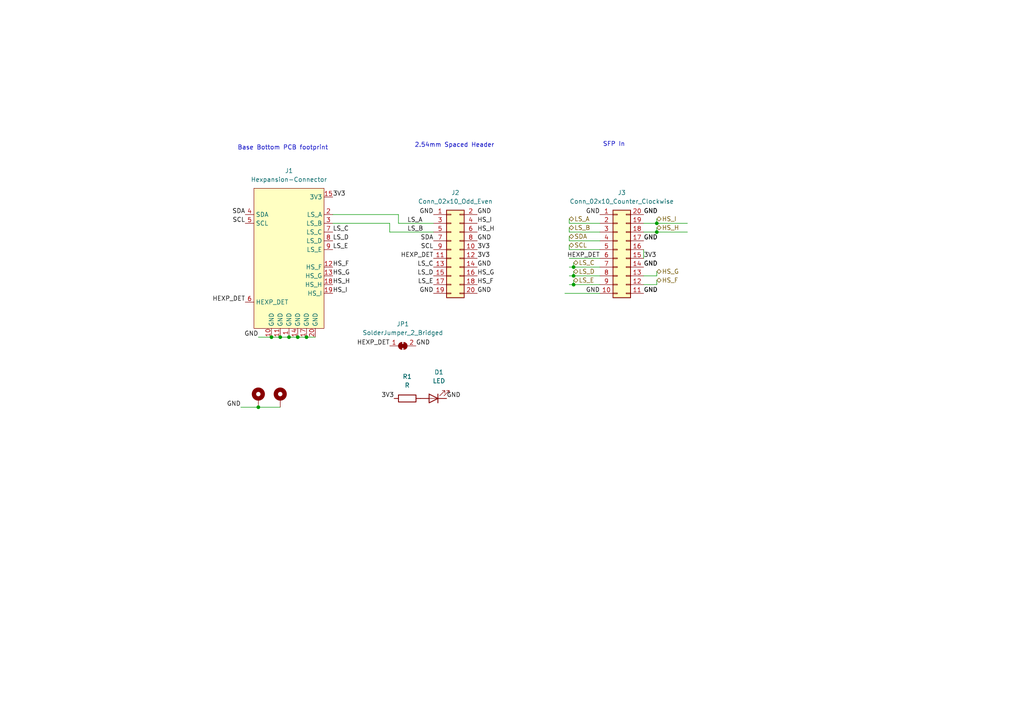
<source format=kicad_sch>
(kicad_sch (version 20231120) (generator "eeschema") (generator_version "8.0")
  (paper "A4")
  (lib_symbols
    (symbol "Connector_Generic:Conn_02x10_Counter_Clockwise" (pin_names (offset 1.016) hide)
      (property "Reference" "J" (at 1.27 12.7 0))
      (property "Value" "Conn_02x10_Counter_Clockwise" (at 1.27 -15.24 0))
      (symbol "Conn_02x10_Counter_Clockwise_1_1"
        (rectangle (start -1.27 -12.573) (end 0 -12.827) (stroke (width 0.1524)))
        (rectangle (start -1.27 -10.033) (end 0 -10.287) (stroke (width 0.1524)))
        (rectangle (start -1.27 -7.493) (end 0 -7.747) (stroke (width 0.1524)))
        (rectangle (start -1.27 -4.953) (end 0 -5.207) (stroke (width 0.1524)))
        (rectangle (start -1.27 -2.413) (end 0 -2.667) (stroke (width 0.1524)))
        (rectangle (start -1.27 0.127) (end 0 -0.127) (stroke (width 0.1524)))
        (rectangle (start -1.27 2.667) (end 0 2.413) (stroke (width 0.1524)))
        (rectangle (start -1.27 5.207) (end 0 4.953) (stroke (width 0.1524)))
        (rectangle (start -1.27 7.747) (end 0 7.493) (stroke (width 0.1524)))
        (rectangle (start -1.27 10.287) (end 0 10.033) (stroke (width 0.1524)))
        (rectangle (start -1.27 11.43) (end 3.81 -13.97) (stroke (width 0.254)) (fill (type background)))
        (rectangle (start 3.81 -12.573) (end 2.54 -12.827) (stroke (width 0.1524)))
        (rectangle (start 3.81 -10.033) (end 2.54 -10.287) (stroke (width 0.1524)))
        (rectangle (start 3.81 -7.493) (end 2.54 -7.747) (stroke (width 0.1524)))
        (rectangle (start 3.81 -4.953) (end 2.54 -5.207) (stroke (width 0.1524)))
        (rectangle (start 3.81 -2.413) (end 2.54 -2.667) (stroke (width 0.1524)))
        (rectangle (start 3.81 0.127) (end 2.54 -0.127) (stroke (width 0.1524)))
        (rectangle (start 3.81 2.667) (end 2.54 2.413) (stroke (width 0.1524)))
        (rectangle (start 3.81 5.207) (end 2.54 4.953) (stroke (width 0.1524)))
        (rectangle (start 3.81 7.747) (end 2.54 7.493) (stroke (width 0.1524)))
        (rectangle (start 3.81 10.287) (end 2.54 10.033) (stroke (width 0.1524)))
        (pin passive line (at -5.08 10.16 0) (length 3.81) (name "Pin_1") (number "1"))
        (pin passive line (at -5.08 -12.7 0) (length 3.81) (name "Pin_10") (number "10"))
        (pin passive line (at 7.62 -12.7 180) (length 3.81) (name "Pin_11") (number "11"))
        (pin passive line (at 7.62 -10.16 180) (length 3.81) (name "Pin_12") (number "12"))
        (pin passive line (at 7.62 -7.62 180) (length 3.81) (name "Pin_13") (number "13"))
        (pin passive line (at 7.62 -5.08 180) (length 3.81) (name "Pin_14") (number "14"))
        (pin passive line (at 7.62 -2.54 180) (length 3.81) (name "Pin_15") (number "15"))
        (pin passive line (at 7.62 0 180) (length 3.81) (name "Pin_16") (number "16"))
        (pin passive line (at 7.62 2.54 180) (length 3.81) (name "Pin_17") (number "17"))
        (pin passive line (at 7.62 5.08 180) (length 3.81) (name "Pin_18") (number "18"))
        (pin passive line (at 7.62 7.62 180) (length 3.81) (name "Pin_19") (number "19"))
        (pin passive line (at -5.08 7.62 0) (length 3.81) (name "Pin_2") (number "2"))
        (pin passive line (at 7.62 10.16 180) (length 3.81) (name "Pin_20") (number "20"))
        (pin passive line (at -5.08 5.08 0) (length 3.81) (name "Pin_3") (number "3"))
        (pin passive line (at -5.08 2.54 0) (length 3.81) (name "Pin_4") (number "4"))
        (pin passive line (at -5.08 0 0) (length 3.81) (name "Pin_5") (number "5"))
        (pin passive line (at -5.08 -2.54 0) (length 3.81) (name "Pin_6") (number "6"))
        (pin passive line (at -5.08 -5.08 0) (length 3.81) (name "Pin_7") (number "7"))
        (pin passive line (at -5.08 -7.62 0) (length 3.81) (name "Pin_8") (number "8"))
        (pin passive line (at -5.08 -10.16 0) (length 3.81) (name "Pin_9") (number "9"))
      )
    )
    (symbol "Connector_Generic:Conn_02x10_Odd_Even" (pin_names (offset 1.016) hide)
      (property "Reference" "J" (at 1.27 12.7 0))
      (property "Value" "Conn_02x10_Odd_Even" (at 1.27 -15.24 0))
      (symbol "Conn_02x10_Odd_Even_1_1"
        (rectangle (start -1.27 -12.573) (end 0 -12.827) (stroke (width 0.1524)))
        (rectangle (start -1.27 -10.033) (end 0 -10.287) (stroke (width 0.1524)))
        (rectangle (start -1.27 -7.493) (end 0 -7.747) (stroke (width 0.1524)))
        (rectangle (start -1.27 -4.953) (end 0 -5.207) (stroke (width 0.1524)))
        (rectangle (start -1.27 -2.413) (end 0 -2.667) (stroke (width 0.1524)))
        (rectangle (start -1.27 0.127) (end 0 -0.127) (stroke (width 0.1524)))
        (rectangle (start -1.27 2.667) (end 0 2.413) (stroke (width 0.1524)))
        (rectangle (start -1.27 5.207) (end 0 4.953) (stroke (width 0.1524)))
        (rectangle (start -1.27 7.747) (end 0 7.493) (stroke (width 0.1524)))
        (rectangle (start -1.27 10.287) (end 0 10.033) (stroke (width 0.1524)))
        (rectangle (start -1.27 11.43) (end 3.81 -13.97) (stroke (width 0.254)) (fill (type background)))
        (rectangle (start 3.81 -12.573) (end 2.54 -12.827) (stroke (width 0.1524)))
        (rectangle (start 3.81 -10.033) (end 2.54 -10.287) (stroke (width 0.1524)))
        (rectangle (start 3.81 -7.493) (end 2.54 -7.747) (stroke (width 0.1524)))
        (rectangle (start 3.81 -4.953) (end 2.54 -5.207) (stroke (width 0.1524)))
        (rectangle (start 3.81 -2.413) (end 2.54 -2.667) (stroke (width 0.1524)))
        (rectangle (start 3.81 0.127) (end 2.54 -0.127) (stroke (width 0.1524)))
        (rectangle (start 3.81 2.667) (end 2.54 2.413) (stroke (width 0.1524)))
        (rectangle (start 3.81 5.207) (end 2.54 4.953) (stroke (width 0.1524)))
        (rectangle (start 3.81 7.747) (end 2.54 7.493) (stroke (width 0.1524)))
        (rectangle (start 3.81 10.287) (end 2.54 10.033) (stroke (width 0.1524)))
        (pin passive line (at -5.08 10.16 0) (length 3.81) (name "Pin_1") (number "1"))
        (pin passive line (at 7.62 0 180) (length 3.81) (name "Pin_10") (number "10"))
        (pin passive line (at -5.08 -2.54 0) (length 3.81) (name "Pin_11") (number "11"))
        (pin passive line (at 7.62 -2.54 180) (length 3.81) (name "Pin_12") (number "12"))
        (pin passive line (at -5.08 -5.08 0) (length 3.81) (name "Pin_13") (number "13"))
        (pin passive line (at 7.62 -5.08 180) (length 3.81) (name "Pin_14") (number "14"))
        (pin passive line (at -5.08 -7.62 0) (length 3.81) (name "Pin_15") (number "15"))
        (pin passive line (at 7.62 -7.62 180) (length 3.81) (name "Pin_16") (number "16"))
        (pin passive line (at -5.08 -10.16 0) (length 3.81) (name "Pin_17") (number "17"))
        (pin passive line (at 7.62 -10.16 180) (length 3.81) (name "Pin_18") (number "18"))
        (pin passive line (at -5.08 -12.7 0) (length 3.81) (name "Pin_19") (number "19"))
        (pin passive line (at 7.62 10.16 180) (length 3.81) (name "Pin_2") (number "2"))
        (pin passive line (at 7.62 -12.7 180) (length 3.81) (name "Pin_20") (number "20"))
        (pin passive line (at -5.08 7.62 0) (length 3.81) (name "Pin_3") (number "3"))
        (pin passive line (at 7.62 7.62 180) (length 3.81) (name "Pin_4") (number "4"))
        (pin passive line (at -5.08 5.08 0) (length 3.81) (name "Pin_5") (number "5"))
        (pin passive line (at 7.62 5.08 180) (length 3.81) (name "Pin_6") (number "6"))
        (pin passive line (at -5.08 2.54 0) (length 3.81) (name "Pin_7") (number "7"))
        (pin passive line (at 7.62 2.54 180) (length 3.81) (name "Pin_8") (number "8"))
        (pin passive line (at -5.08 0 0) (length 3.81) (name "Pin_9") (number "9"))
      )
    )
    (symbol "Device:LED" (pin_numbers hide) (pin_names (offset 1.016) hide)
      (property "Reference" "D" (at 0 2.54 0))
      (property "Value" "LED" (at 0 -2.54 0))
      (symbol "LED_0_1"
        (polyline (pts (xy -1.27 -1.27) (xy -1.27 1.27)) (stroke (width 0.254)))
        (polyline (pts (xy -1.27 0) (xy 1.27 0)))
        (polyline (pts (xy 1.27 -1.27) (xy 1.27 1.27) (xy -1.27 0) (xy 1.27 -1.27)) (stroke (width 0.254)))
        (polyline (pts (xy -3.048 -0.762) (xy -4.572 -2.286) (xy -3.81 -2.286) (xy -4.572 -2.286) (xy -4.572 -1.524)))
        (polyline (pts (xy -1.778 -0.762) (xy -3.302 -2.286) (xy -2.54 -2.286) (xy -3.302 -2.286) (xy -3.302 -1.524)))
      )
      (symbol "LED_1_1"
        (pin passive line (at -3.81 0 0) (length 2.54) (name "K") (number "1"))
        (pin passive line (at 3.81 0 180) (length 2.54) (name "A") (number "2"))
      )
    )
    (symbol "Device:R" (pin_numbers hide) (pin_names (offset 0))
      (property "Reference" "R" (at 2.032 0 90))
      (property "Value" "R" (at 0 0 90))
      (symbol "R_0_1"
        (rectangle (start -1.016 -2.54) (end 1.016 2.54) (stroke (width 0.254)))
      )
      (symbol "R_1_1"
        (pin passive line (at 0 3.81 270) (length 1.27) (name "~") (number "1"))
        (pin passive line (at 0 -3.81 90) (length 1.27) (name "~") (number "2"))
      )
    )
    (symbol "Jumper:SolderJumper_2_Bridged" (pin_names (offset 0) hide)
      (property "Reference" "JP" (at 0 2.032 0))
      (property "Value" "SolderJumper_2_Bridged" (at 0 -2.54 0))
      (symbol "SolderJumper_2_Bridged_0_1"
        (rectangle (start -0.508 0.508) (end 0.508 -0.508) (fill (type outline)))
        (arc (start -0.254 1.016) (mid -1.2656 0) (end -0.254 -1.016))
        (arc (start -0.254 1.016) (mid -1.2656 0) (end -0.254 -1.016) (fill (type outline)))
        (polyline (pts (xy -0.254 1.016) (xy -0.254 -1.016)))
        (polyline (pts (xy 0.254 1.016) (xy 0.254 -1.016)))
        (arc (start 0.254 -1.016) (mid 1.2656 0) (end 0.254 1.016))
        (arc (start 0.254 -1.016) (mid 1.2656 0) (end 0.254 1.016) (fill (type outline)))
      )
      (symbol "SolderJumper_2_Bridged_1_1"
        (pin passive line (at -3.81 0 0) (length 2.54) (name "A") (number "1"))
        (pin passive line (at 3.81 0 180) (length 2.54) (name "B") (number "2"))
      )
    )
    (symbol "Mechanical:MountingHole_Pad" (pin_numbers hide) (pin_names (offset 1.016) hide)
      (property "Reference" "H" (at 0 6.35 0))
      (property "Value" "MountingHole_Pad" (at 0 4.445 0))
      (symbol "MountingHole_Pad_0_1"
        (circle (center 0 1.27) (radius 1.27) (stroke (width 1.27)))
      )
      (symbol "MountingHole_Pad_1_1"
        (pin input line (at 0 -2.54 90) (length 2.54) (name "1") (number "1"))
      )
    )
    (symbol "tildagon:hexpansion-edge-connector" (in_bom no)
      (property "Reference" "J" (at -6.35 17.78 0))
      (property "Value" "Hexpansion-Connector" (at 0 21.59 0))
      (symbol "hexpansion-edge-connector_1_1"
        (rectangle (start -10.16 20.32) (end 10.16 -20.32) (fill (type background)))
        (pin power_out line (at 0 -22.86 90) (length 2.54) (name "GND") (number "1"))
        (pin passive line (at -5.08 -22.86 90) (length 2.54) (name "GND") (number "10"))
        (pin passive line (at -2.54 -22.86 90) (length 2.54) (name "GND") (number "11"))
        (pin bidirectional line (at 12.7 -2.54 180) (length 2.54) (name "HS_F") (number "12"))
        (pin bidirectional line (at 12.7 -5.08 180) (length 2.54) (name "HS_G") (number "13"))
        (pin passive line (at 2.54 -22.86 90) (length 2.54) (name "GND") (number "14"))
        (pin power_out line (at 12.7 17.78 180) (length 2.54) (name "3V3") (number "15"))
        (pin passive line (at 12.7 17.78 180) (length 2.54) hide (name "3V3") (number "16"))
        (pin passive line (at 5.08 -22.86 90) (length 2.54) (name "GND") (number "17"))
        (pin bidirectional line (at 12.7 -7.62 180) (length 2.54) (name "HS_H") (number "18"))
        (pin bidirectional line (at 12.7 -10.16 180) (length 2.54) (name "HS_I") (number "19"))
        (pin bidirectional line (at 12.7 12.7 180) (length 2.54) (name "LS_A") (number "2"))
        (pin passive line (at 7.62 -22.86 90) (length 2.54) (name "GND") (number "20"))
        (pin bidirectional line (at 12.7 10.16 180) (length 2.54) (name "LS_B") (number "3"))
        (pin bidirectional line (at -12.7 12.7 0) (length 2.54) (name "SDA") (number "4"))
        (pin output line (at -12.7 10.16 0) (length 2.54) (name "SCL") (number "5"))
        (pin bidirectional line (at -12.7 -12.7 0) (length 2.54) (name "HEXP_DET") (number "6"))
        (pin bidirectional line (at 12.7 7.62 180) (length 2.54) (name "LS_C") (number "7"))
        (pin bidirectional line (at 12.7 5.08 180) (length 2.54) (name "LS_D") (number "8"))
        (pin bidirectional line (at 12.7 2.54 180) (length 2.54) (name "LS_E") (number "9"))
      )
    )
  )
  (junction (at 88.9 97.79))
  (junction (at 166.37 77.47))
  (junction (at 81.28 97.79))
  (junction (at 190.5 64.77))
  (junction (at 86.36 97.79))
  (junction (at 83.82 97.79))
  (junction (at 78.74 97.79))
  (junction (at 166.37 82.55))
  (junction (at 190.5 67.31))
  (junction (at 166.37 80.01))
  (junction (at 74.93 118.11))
  (wire (pts (xy 74.93 118.11) (xy 81.28 118.11)))
  (wire (pts (xy 115.57 64.77) (xy 115.57 62.23)))
  (wire (pts (xy 190.5 78.74) (xy 190.5 80.01)))
  (wire (pts (xy 81.28 97.79) (xy 83.82 97.79)))
  (wire (pts (xy 74.93 97.79) (xy 78.74 97.79)))
  (wire (pts (xy 163.83 85.09) (xy 173.99 85.09)))
  (wire (pts (xy 165.1 74.93) (xy 173.99 74.93)))
  (wire (pts (xy 83.82 97.79) (xy 86.36 97.79)))
  (wire (pts (xy 125.73 64.77) (xy 115.57 64.77)))
  (wire (pts (xy 186.69 64.77) (xy 190.5 64.77)))
  (wire (pts (xy 86.36 97.79) (xy 88.9 97.79)))
  (wire (pts (xy 165.1 67.31) (xy 173.99 67.31)))
  (wire (pts (xy 165.1 72.39) (xy 173.99 72.39)))
  (wire (pts (xy 165.1 80.01) (xy 166.37 80.01)))
  (wire (pts (xy 190.5 67.31) (xy 199.39 67.31)))
  (wire (pts (xy 166.37 82.55) (xy 173.99 82.55)))
  (wire (pts (xy 166.37 80.01) (xy 173.99 80.01)))
  (wire (pts (xy 190.5 80.01) (xy 186.69 80.01)))
  (wire (pts (xy 165.1 77.47) (xy 166.37 77.47)))
  (wire (pts (xy 115.57 62.23) (xy 96.52 62.23)))
  (wire (pts (xy 190.5 81.28) (xy 190.5 82.55)))
  (wire (pts (xy 165.1 66.04) (xy 165.1 67.31)))
  (wire (pts (xy 166.37 81.28) (xy 166.37 82.55)))
  (wire (pts (xy 166.37 76.2) (xy 166.37 77.47)))
  (wire (pts (xy 186.69 74.93) (xy 186.69 72.39)))
  (wire (pts (xy 190.5 64.77) (xy 199.39 64.77)))
  (wire (pts (xy 165.1 71.12) (xy 165.1 72.39)))
  (wire (pts (xy 69.85 118.11) (xy 74.93 118.11)))
  (wire (pts (xy 166.37 78.74) (xy 166.37 80.01)))
  (wire (pts (xy 113.03 67.31) (xy 113.03 64.77)))
  (wire (pts (xy 113.03 64.77) (xy 96.52 64.77)))
  (wire (pts (xy 190.5 66.04) (xy 190.5 67.31)))
  (wire (pts (xy 166.37 77.47) (xy 173.99 77.47)))
  (wire (pts (xy 165.1 64.77) (xy 173.99 64.77)))
  (wire (pts (xy 125.73 67.31) (xy 113.03 67.31)))
  (wire (pts (xy 165.1 82.55) (xy 166.37 82.55)))
  (wire (pts (xy 186.69 82.55) (xy 190.5 82.55)))
  (wire (pts (xy 190.5 63.5) (xy 190.5 64.77)))
  (wire (pts (xy 165.1 63.5) (xy 165.1 64.77)))
  (wire (pts (xy 165.1 68.58) (xy 165.1 69.85)))
  (wire (pts (xy 88.9 97.79) (xy 91.44 97.79)))
  (wire (pts (xy 78.74 97.79) (xy 81.28 97.79)))
  (wire (pts (xy 165.1 69.85) (xy 173.99 69.85)))
  (wire (pts (xy 186.69 67.31) (xy 190.5 67.31)))
  (text "2.54mm Spaced Header\n" (at 131.826 42.164 0) (effects (font (size 1.27 1.27))))
  (text "SFP In " (at 178.562 41.91 0) (effects (font (size 1.27 1.27))))
  (text "Base Bottom PCB footprint" (at 82.042 42.926 0) (effects (font (size 1.27 1.27))))
  (label "HEXP_DET" (at 113.03 100.33 180))
  (label "GND" (at 186.69 69.85 0))
  (label "GND" (at 69.85 118.11 180))
  (label "3V3" (at 186.69 74.93 0))
  (label "3V3" (at 96.52 57.15 0))
  (label "HS_H" (at 138.43 67.31 0))
  (label "GND" (at 125.73 62.23 180))
  (label "HEXP_DET" (at 125.73 74.93 180))
  (label "LS_E" (at 96.52 72.39 0))
  (label "LS_A" (at 118.11 64.77 0))
  (label "GND" (at 125.73 85.09 180))
  (label "GND" (at 120.65 100.33 0))
  (label "SCL" (at 71.12 64.77 180))
  (label "HS_F" (at 138.43 82.55 0))
  (label "HEXP_DET" (at 173.99 74.93 180))
  (label "GND" (at 186.69 77.47 0))
  (label "LS_C" (at 125.73 77.47 180))
  (label "HS_G" (at 138.43 80.01 0))
  (label "SDA" (at 71.12 62.23 180))
  (label "HS_I" (at 96.52 85.09 0))
  (label "GND" (at 129.54 115.57 0))
  (label "GND" (at 74.93 97.79 180))
  (label "GND" (at 186.69 69.85 0))
  (label "GND" (at 186.69 62.23 0))
  (label "HS_F" (at 96.52 77.47 0))
  (label "GND" (at 173.99 85.09 180))
  (label "LS_C" (at 96.52 67.31 0))
  (label "HS_G" (at 96.52 80.01 0))
  (label "GND" (at 138.43 85.09 0))
  (label "GND" (at 173.99 62.23 180))
  (label "SCL" (at 125.73 72.39 180))
  (label "HS_H" (at 96.52 82.55 0))
  (label "3V3" (at 114.3 115.57 180))
  (label "GND" (at 138.43 77.47 0))
  (label "HS_I" (at 138.43 64.77 0))
  (label "GND" (at 186.69 77.47 0))
  (label "LS_D" (at 96.52 69.85 0))
  (label "HEXP_DET" (at 71.12 87.63 180))
  (label "3V3" (at 138.43 74.93 0))
  (label "LS_E" (at 125.73 82.55 180))
  (label "LS_B" (at 118.11 67.31 0))
  (label "GND" (at 138.43 69.85 0))
  (label "GND" (at 138.43 62.23 0))
  (label "3V3" (at 138.43 72.39 0))
  (label "GND" (at 186.69 85.09 0))
  (label "GND" (at 186.69 62.23 0))
  (label "GND" (at 186.69 85.09 0))
  (label "SDA" (at 125.73 69.85 180))
  (label "LS_D" (at 125.73 80.01 180))
  (hierarchical_label "HS_I" (shape bidirectional) (at 190.5 63.5 0))
  (hierarchical_label "HS_H" (shape bidirectional) (at 190.5 66.04 0))
  (hierarchical_label "HS_G" (shape bidirectional) (at 190.5 78.74 0))
  (hierarchical_label "HS_F" (shape bidirectional) (at 190.5 81.28 0))
  (hierarchical_label "LS_E" (shape bidirectional) (at 166.37 81.28 0))
  (hierarchical_label "LS_A" (shape bidirectional) (at 165.1 63.5 0))
  (hierarchical_label "SCL" (shape bidirectional) (at 165.1 71.12 0))
  (hierarchical_label "SDA" (shape bidirectional) (at 165.1 68.58 0))
  (hierarchical_label "LS_D" (shape bidirectional) (at 166.37 78.74 0))
  (hierarchical_label "LS_C" (shape bidirectional) (at 166.37 76.2 0))
  (hierarchical_label "LS_B" (shape bidirectional) (at 165.1 66.04 0))
  (symbol (lib_id "Device:R") (at 118.11 115.57 90) (unit 1)
    (property "Reference" "R1" (at 118.11 109.22 90))
    (property "Value" "R" (at 118.11 111.76 90))
    (property "Footprint" "Resistor_SMD:R_0603_1608Metric" (effects (hide yes)))
  )
  (symbol (lib_id "Connector_Generic:Conn_02x10_Counter_Clockwise") (at 179.07 72.39 0) (unit 1)
    (property "Reference" "J3" (at 180.34 55.88 0))
    (property "Value" "Conn_02x10_Counter_Clockwise" (at 180.34 58.42 0))
    (property "Footprint" "tildagon:SFP" (effects (hide yes)))
  )
  (symbol (lib_id "Mechanical:MountingHole_Pad") (at 74.93 115.57 0) (unit 1)
    (property "Reference" "H1" (effects (hide yes)))
    (property "Value" "MountingHole_Pad" (effects (hide yes)))
    (property "Footprint" "MountingHole:MountingHole_2.2mm_M2_Pad_Via" (effects (hide yes)))
  )
  (symbol (lib_id "Device:LED") (at 125.73 115.57 180) (unit 1)
    (property "Reference" "D1" (at 127.3175 107.95 0))
    (property "Value" "LED" (at 127.3175 110.49 0))
    (property "Footprint" "LED_SMD:LED_0805_2012Metric" (effects (hide yes)))
  )
  (symbol (lib_id "Mechanical:MountingHole_Pad") (at 81.28 115.57 0) (unit 1)
    (property "Reference" "H2" (effects (hide yes)))
    (property "Value" "MountingHole_Pad" (effects (hide yes)))
    (property "Footprint" "MountingHole:MountingHole_2.2mm_M2_Pad_Via" (effects (hide yes)))
  )
  (symbol (lib_id "tildagon:hexpansion-edge-connector") (at 83.82 74.93 0) (unit 1) (exclude_from_sim yes) (in_bom no)
    (property "Reference" "J1" (at 83.82 49.53 0))
    (property "Value" "Hexpansion-Connector" (at 83.82 52.07 0))
    (property "Footprint" "tildagon:hexpansion-edge-connector" (effects (hide yes)))
  )
  (symbol (lib_id "Connector_Generic:Conn_02x10_Odd_Even") (at 130.81 72.39 0) (unit 1)
    (property "Reference" "J2" (at 132.08 55.88 0))
    (property "Value" "Conn_02x10_Odd_Even" (at 132.08 58.42 0))
    (property "Footprint" "Connector_PinHeader_2.54mm:PinHeader_2x10_P2.54mm_Vertical" (effects (hide yes)))
  )
  (symbol (lib_id "Jumper:SolderJumper_2_Bridged") (at 116.84 100.33 0) (unit 1)
    (property "Reference" "JP1" (at 116.84 93.98 0))
    (property "Value" "SolderJumper_2_Bridged" (at 116.84 96.52 0))
    (property "Footprint" "Jumper:SolderJumper-2_P1.3mm_Bridged_RoundedPad1.0x1.5mm" (effects (hide yes)))
  )
)
</source>
